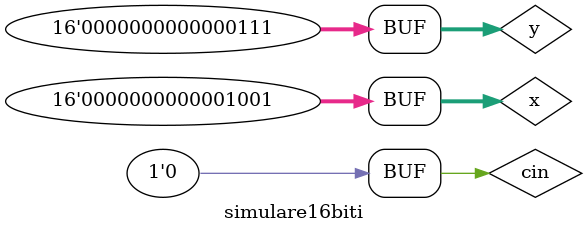
<source format=v>
`timescale 1ns / 1ps

module simulare16biti(   );

reg [15:0] x, y; reg cin;
wire [15:0] sum; wire cout;
sumator16biti sumator(x, y, cin, sum, cout);
initial begin
x = 0; 
y = 0;
cin = 0;

#50 x = 16'd18; y = 16'd19; cin = 1;
#50 x = 16'd2; y = 16'd5; cin = 1;
#50 x = 16'd9; y = 16'd7; cin = 0; 

end
endmodule

</source>
